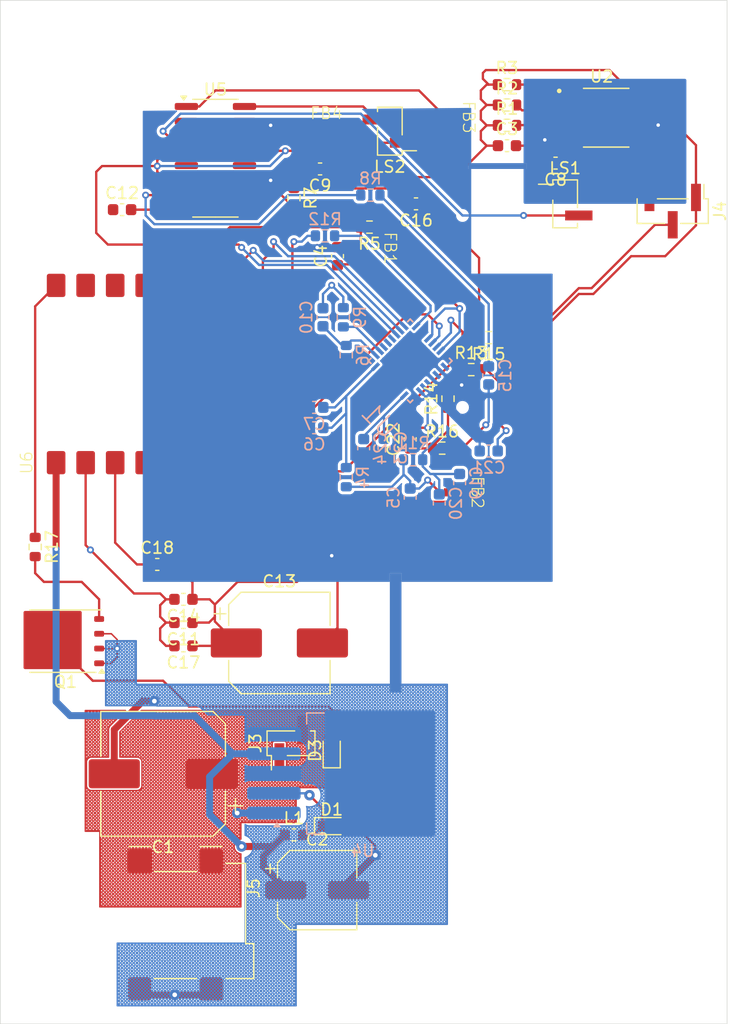
<source format=kicad_pcb>
(kicad_pcb (version 20240108) (generator "pcbnew") (generator_version "8.0")
  (layers (0 "F.Cu" signal "Front") (31 "B.Cu" signal "Back") (34 "B.Paste" user) (35 "F.Paste" user) (36 "B.SilkS" user "B.Silkscreen") (37 "F.SilkS" user "F.Silkscreen") (38 "B.Mask" user) (39 "F.Mask" user) (44 "Edge.Cuts" user))
  (net 0 "")
  (net 1 "GND")
  (net 2 "/BuckConverter/12V")
  (net 3 "/BuckConverter/5V_OUT")
  (net 4 "Net-(D1-K)")
  (net 5 "Net-(D3-A)")
  (net 6 "Net-(Q1-G)")
  (net 7 "+3V3")
  (net 8 "/AudioCodec/VDDD")
  (net 9 "/AudioCodec/VDDA")
  (net 10 "/AudioCodec/VADCP")
  (net 11 "Net-(C8-Pad1)")
  (net 12 "Net-(C9-Pad1)")
  (net 13 "Net-(U1-RESET)")
  (net 14 "Net-(U5-VREF)")
  (net 15 "/AudioAmplifier/L_IN")
  (net 16 "Net-(C15-Pad2)")
  (net 17 "Net-(C16-Pad2)")
  (net 18 "/AudioAmplifier/R_IN")
  (net 19 "Net-(U6-3V3_OUT)")
  (net 20 "/AudioCodec/VDDA(DA)")
  (net 21 "Net-(U1-VOUTR)")
  (net 22 "Net-(C21-Pad2)")
  (net 23 "Net-(C22-Pad1)")
  (net 24 "Net-(U1-VOUTL)")
  (net 25 "/AudioCodec/VREF")
  (net 26 "Net-(J4-Pin_2)")
  (net 27 "/TempSensor/ALERT")
  (net 28 "/AudioCodec/SCL")
  (net 29 "/AudioCodec/SDA")
  (net 30 "/AudioCodec/A1")
  (net 31 "Net-(U5-INR)")
  (net 32 "Net-(U5-INL)")
  (net 33 "Net-(U1-VDDD)")
  (net 34 "Net-(U1-SYSCLK)")
  (net 35 "/CODEC.SYSCLK")
  (net 36 "/BuckConverter/PWM_IN")
  (net 38 "/CODEC.BCKI")
  (net 39 "/CODEC.WSI")
  (net 40 "/CODEC.DATAI")
  (net 46 "Net-(U5-LOUT+)")
  (net 47 "Net-(U5-LOUT-)")
  (net 48 "Net-(U5-ROUT+)")
  (net 49 "Net-(U5-ROUT-)")
  (net 50 "/AudioAmplifier/SHDN_IN")
  (net 51 "/AudioAmplifier/MUTE_IN")
  (footprint "Capacitor_SMD:C_0603_1608Metric" (layer "F.Cu") (at 86.975 75.25)
    (property "Reference" "C12")
    (property "Value" "0.1u")
  )
  (footprint "Diode_SMD:D_0603_1608Metric" (layer "F.Cu") (at 105 128.25)
    (property "Reference" "D1")
    (property "Value" "1N5822" (hide yes))
  )
  (footprint "OtherComponents:FerriteBead_742861160_0603" (layer "F.Cu") (at 115 99.55 -90)
    (property "Reference" "FB2")
    (property "Value" "FerriteBead")
  )
  (footprint "Capacitor_SMD:C_0603_1608Metric" (layer "F.Cu") (at 112.25 74.75 180)
    (property "Reference" "C16")
    (property "Value" "0.47u")
  )
  (footprint "Capacitor_SMD:C_0603_1608Metric" (layer "F.Cu") (at 124.25 71.25 180)
    (property "Reference" "C8")
    (property "Value" "220p")
  )
  (footprint "Capacitor_SMD:C_0603_1608Metric" (layer "F.Cu") (at 92.25 110.75 180)
    (property "Reference" "C11")
    (property "Value" "1u")
  )
  (footprint "Resistor_SMD:R_0603_1608Metric" (layer "F.Cu") (at 120.075 64.5)
    (property "Reference" "R3")
    (property "Value" "4.7k")
  )
  (footprint "TMP175AIDR:TMP-SOIC127P599X175-8N" (layer "F.Cu") (at 128.605 67.345)
    (property "Reference" "U2")
    (property "Value" "TMP175AIDR")
  )
  (footprint "Resistor_SMD:R_0603_1608Metric" (layer "F.Cu") (at 120.075 66.25)
    (property "Reference" "R2")
    (property "Value" "4.7k")
  )
  (footprint "Package_TO_SOT_SMD:TDSON-8-1" (layer "F.Cu") (at 82.1 112.345 180)
    (property "Reference" "Q1")
    (property "Value" "FDMS86255")
  )
  (footprint "Resistor_SMD:R_0603_1608Metric" (layer "F.Cu") (at 108.25 76.75 180)
    (property "Reference" "R5")
    (property "Value" "10k")
  )
  (footprint "Capacitor_SMD:C_0603_1608Metric" (layer "F.Cu") (at 120.075 69.75)
    (property "Reference" "C3")
    (property "Value" "0.01u")
  )
  (footprint "Package_SO:SOP-16_3.9x9.9mm_P1.27mm" (layer "F.Cu") (at 95 70.825)
    (property "Reference" "U5")
    (property "Value" "PAM8403D")
  )
  (footprint "Capacitor_SMD:C_0603_1608Metric" (layer "F.Cu") (at 92.25 108.75 180)
    (property "Reference" "C14")
    (property "Value" "1u")
  )
  (footprint "Connector_PinHeader_2.00mm:PinHeader_1x02_P2.00mm_Vertical_SMD_Pin1Left" (layer "F.Cu") (at 110 68.5 180)
    (property "Reference" "LS2")
    (property "Value" "Speaker")
  )
  (footprint "Resistor_SMD:R_0603_1608Metric" (layer "F.Cu") (at 117 89)
    (property "Reference" "R13")
    (property "Value" "10k")
  )
  (footprint "Connector_PinHeader_2.00mm:PinHeader_1x03_P2.00mm_Vertical_SMD_Pin1Left" (layer "F.Cu") (at 134.325 75.375 -90)
    (property "Reference" "J4")
    (property "Value" "Kitronik")
  )
  (footprint "Capacitor_SMD:C_0603_1608Metric" (layer "F.Cu") (at 111.75 95 90)
    (property "Reference" "C22")
    (property "Value" "47u")
  )
  (footprint "Capacitor_SMD:C_0603_1608Metric" (layer "F.Cu") (at 105.5 79.25 90)
    (property "Reference" "C4")
    (property "Value" "100u")
  )
  (footprint "OtherComponents:FerriteBead_742861160_0603" (layer "F.Cu") (at 114.25 67.3 -90)
    (property "Reference" "FB3")
    (property "Value" "FerriteBead")
  )
  (footprint "Capacitor_SMD:CP_Elec_6.3x7.7" (layer "F.Cu") (at 103.75 133.75)
    (property "Reference" "C2")
    (property "Value" "220u")
  )
  (footprint "Diode_SMD:D_0603_1608Metric" (layer "F.Cu") (at 105 121.75 90)
    (property "Reference" "D3")
    (property "Value" "D")
  )
  (footprint "Resistor_SMD:R_0603_1608Metric" (layer "F.Cu") (at 120.075 68)
    (property "Reference" "R1")
    (property "Value" "4.7k")
  )
  (footprint "Connector_BarrelJack:BarrelJack_Wuerth_694106106102_2.0x5.5mm" (layer "F.Cu") (at 91.575 136.75 -90)
    (property "Reference" "J5")
    (property "Value" "694106402002")
    (property "VALUE" "694106402002" (hide yes))
  )
  (footprint "OtherComponents:FerriteBead_742861160_0603" (layer "F.Cu") (at 107.5 78.55 -90)
    (property "Reference" "FB1")
    (property "Value" "FerriteBead")
  )
  (footprint "Inductor_SMD:L_0603_1608Metric" (layer "F.Cu") (at 101.75 129)
    (property "Reference" "L1")
    (property "Value" "33u" (hide yes))
  )
  (footprint "ESP32_C3_Zero:ESP32_C3_ZERO" (layer "F.Cu") (at 81.3 97 90)
    (property "Reference" "U6")
    (property "Value" "ESP32_C3_ZERO")
  )
  (footprint "Connector_PinHeader_2.00mm:PinHeader_1x02_P2.00mm_Vertical_SMD_Pin1Left" (layer "F.Cu") (at 125.075 74.75)
    (property "Reference" "LS1")
    (property "Value" "Speaker")
  )
  (footprint "Capacitor_SMD:C_0603_1608Metric" (layer "F.Cu") (at 92.25 112.75 180)
    (property "Reference" "C17")
    (property "Value" "1u")
  )
  (footprint "Resistor_SMD:R_0603_1608Metric" (layer "F.Cu") (at 101.75 74.25 -90)
    (property "Reference" "R7")
    (property "Value" "18k")
  )
  (footprint "Capacitor_SMD:CP_Elec_10x12.5" (layer "F.Cu") (at 90.5 123.75 180)
    (property "Reference" "C1")
    (property "Value" "680u")
  )
  (footprint "Resistor_SMD:R_0603_1608Metric" (layer "F.Cu") (at 115 91.5 90)
    (property "Reference" "R14")
    (property "Value" "10k")
  )
  (footprint "Connector_PinHeader_2.00mm:PinHeader_1x02_P2.00mm_Vertical_SMD_Pin1Left" (layer "F.Cu") (at 101.5 121.125 90)
    (property "Reference" "J3")
    (property "Value" "Water_Pump")
  )
  (footprint "Resistor_SMD:R_0603_1608Metric" (layer "F.Cu") (at 118.5 86.25 180)
    (property "Reference" "R15")
    (property "Value" "100")
  )
  (footprint "Capacitor_SMD:CP_Elec_8x10.5" (layer "F.Cu") (at 100.5 112.5)
    (property "Reference" "C13")
    (property "Value" "470u")
  )
  (footprint "Resistor_SMD:R_0603_1608Metric" (layer "F.Cu") (at 114.5 95.75)
    (property "Reference" "R16")
    (property "Value" "100")
  )
  (footprint "Capacitor_SMD:C_0603_1608Metric" (layer "F.Cu") (at 104 71.75 180)
    (property "Reference" "C9")
    (property "Value" "220p")
  )
  (footprint "OtherComponents:FerriteBead_742861160_0603" (layer "F.Cu") (at 104.55 69.5)
    (property "Reference" "FB4")
    (property "Value" "FerriteBead")
  )
  (footprint "Capacitor_SMD:C_0603_1608Metric" (layer "F.Cu") (at 90 105.75)
    (property "Reference" "C18")
    (property "Value" "0.01u")
  )
  (footprint "Resistor_SMD:R_0603_1608Metric" (layer "F.Cu") (at 79.5 104.25 -90)
    (property "Reference" "R17")
    (property "Value" "1k")
  )
  (footprint "Resistor_SMD:R_0603_1608Metric" (layer "B.Cu") (at 106.25 98.25 90)
    (property "Reference" "R4")
    (property "Value" "100")
  )
  (footprint "Resistor_SMD:R_0603_1608Metric" (layer "B.Cu") (at 106 84.5 90)
    (property "Reference" "R9")
    (property "Value" "10")
  )
  (footprint "Capacitor_SMD:C_0603_1608Metric" (layer "B.Cu") (at 118.5 89.5 90)
    (property "Reference" "C15")
    (property "Value" "0.47u")
  )
  (footprint "Resistor_SMD:R_0603_1608Metric" (layer "B.Cu") (at 106.25 87.75 90)
    (property "Reference" "R6")
    (property "Value" "47k")
  )
  (footprint "Resistor_SMD:R_0603_1608Metric" (layer "B.Cu") (at 112 96.75 180)
    (property "Reference" "R11")
    (property "Value" "1")
  )
  (footprint "UDA1380HN_N2:QFN50P500X500X100-32N" (layer "B.Cu") (at 111.75 88.25 -45)
    (property "Reference" "U1")
    (property "Value" "UDA1380HN_N2")
  )
  (footprint "Capacitor_SMD:C_0603_1608Metric" (layer "B.Cu") (at 109.5 95.725 90)
    (property "Reference" "C23")
    (property "Value" "0.1u")
  )
  (footprint "Capacitor_SMD:C_0603_1608Metric" (layer "B.Cu") (at 111.75 100 -90)
    (property "Reference" "C5")
    (property "Value" "100u")
  )
  (footprint "Capacitor_SMD:C_0603_1608Metric" (layer "B.Cu") (at 116 98.75 90)
    (property "Reference" "C19")
    (property "Value" "100u")
  )
  (footprint "Capacitor_SMD:C_0603_1608Metric" (layer "B.Cu") (at 114.25 100.5 90)
    (property "Reference" "C20")
    (property "Value" "0.1u")
  )
  (footprint "Resistor_SMD:R_0603_1608Metric" (layer "B.Cu") (at 104.425 77.5 180)
    (property "Reference" "R12")
    (property "Value" "47")
  )
  (footprint "Capacitor_SMD:C_0603_1608Metric" (layer "B.Cu") (at 103.5 94)
    (property "Reference" "C6")
    (property "Value" "100u")
  )
  (footprint "Capacitor_SMD:C_0603_1608Metric" (layer "B.Cu") (at 104.25 84.5 -90)
    (property "Reference" "C10")
    (property "Value" "4.7u")
  )
  (footprint "Package_TO_SOT_SMD:TO-263-5_TabPin3" (layer "B.Cu") (at 107.675 123.725)
    (property "Reference" "U4")
    (property "Value" "LM2596S-5")
  )
  (footprint "Resistor_SMD:R_0603_1608Metric" (layer "B.Cu") (at 108.325 74 180)
    (property "Reference" "R8")
    (property "Value" "18k")
  )
  (footprint "Capacitor_SMD:C_0603_1608Metric" (layer "B.Cu") (at 103.5 92.25)
    (property "Reference" "C7")
    (property "Value" "0.1u")
  )
  (footprint "Capacitor_SMD:C_0603_1608Metric" (layer "B.Cu") (at 107.75 95.75 90)
    (property "Reference" "C24")
    (property "Value" "100u")
  )
  (footprint "Capacitor_SMD:C_0603_1608Metric" (layer "B.Cu") (at 118.5 96)
    (property "Reference" "C21")
    (property "Value" "47u")
  )
  (gr_rect (start 76.5 57.25) (end 139 145.25) (stroke (width 0.05)) (fill none) (layer "Edge.Cuts"))
  (segment (start 132.785 66.71) (end 133.075 67) (width 0.2) (layer "F.Cu") (net 1))
  (segment (start 86.55 113.745) (end 86.045 114.25) (width 0.127) (layer "F.Cu") (net 1))
  (segment (start 115.825 90.675) (end 115 90.675) (width 0.2) (layer "F.Cu") (net 1))
  (segment (start 133.825 68.5) (end 133.825 72.7) (width 0.2) (layer "F.Cu") (net 1))
  (segment (start 103.775 78.475) (end 105.5 78.475) (width 0.2) (layer "F.Cu") (net 1))
  (segment (start 108.75 130.75) (end 106.5 133) (width 0.6) (layer "F.Cu") (net 1))
  (segment (start 99.75 72.73) (end 97.5 72.73) (width 0.2) (layer "F.Cu") (net 1))
  (segment (start 89.75 117.5) (end 88.75 117.5) (width 0.6) (layer "F.Cu") (net 1))
  (segment (start 86.55 112.98) (end 86.55 113.745) (width 0.127) (layer "F.Cu") (net 1))
  (segment (start 123.475 71.25) (end 123.475 69.4) (width 0.2) (layer "F.Cu") (net 1))
  (segment (start 133.825 72.7) (end 132.325 74.2) (width 0.2) (layer "F.Cu") (net 1))
  (segment (start 90.25 108.25) (end 90.75 108.75) (width 0.2) (layer "F.Cu") (net 1))
  (segment (start 133.075 67) (end 133.075 67.98) (width 0.2) (layer "F.Cu") (net 1))
  (segment (start 86.55 112.21) (end 86.05 111.71) (width 0.127) (layer "F.Cu") (net 1))
  (segment (start 91.5 142.75) (end 89 142.75) (width 0.6) (layer "F.Cu") (net 1))
  (segment (start 131.075 66.71) (end 132.785 66.71) (width 0.2) (layer "F.Cu") (net 1))
  (segment (start 86.3 119.95) (end 86.3 123.75) (width 0.6) (layer "F.Cu") (net 1))
  (segment (start 90.75 108.75) (end 90.25 109.25) (width 0.2) (layer "F.Cu") (net 1))
  (segment (start 86.55 112.98) (end 86.55 112.21) (width 0.127) (layer "F.Cu") (net 1))
  (segment (start 99.75 68) (end 99.4 67.65) (width 0.2) (layer "F.Cu") (net 1))
  (segment (start 90.75 112.75) (end 91.475 112.75) (width 0.2) (layer "F.Cu") (net 1))
  (segment (start 91.5 142.75) (end 94.15 142.75) (width 0.6) (layer "F.Cu") (net 1))
  (segment (start 90.75 110.75) (end 91.475 110.75) (width 0.2) (layer "F.Cu") (net 1))
  (segment (start 99.4 67.65) (end 97.5 67.65) (width 0.2) (layer "F.Cu") (net 1))
  (segment (start 94.15 142.75) (end 94.65 142.25) (width 0.6) (layer "F.Cu") (net 1))
  (segment (start 83.84 97) (end 83.84 104.09) (width 0.2) (layer "F.Cu") (net 1))
  (segment (start 116.175 90.325) (end 116.175 89) (width 0.2) (layer "F.Cu") (net 1))
  (segment (start 123.475 69.4) (end 123.325 69.25) (width 0.2) (layer "F.Cu") (net 1))
  (segment (start 116.175 90.325) (end 115.825 90.675) (width 0.2) (layer "F.Cu") (net 1))
  (segment (start 86.05 111.71) (end 85 111.71) (width 0.127) (layer "F.Cu") (net 1))
  (segment (start 133.305 67.98) (end 133.825 68.5) (width 0.2) (layer "F.Cu") (net 1))
  (segment (start 90.25 111.25) (end 90.25 112.25) (width 0.2) (layer "F.Cu") (net 1))
  (segment (start 90.25 110.25) (end 90.75 110.75) (width 0.2) (layer "F.Cu") (net 1))
  (segment (start 90.25 112.25) (end 90.75 112.75) (width 0.2) (layer "F.Cu") (net 1))
  (segment (start 90.75 110.75) (end 90.25 111.25) (width 0.2) (layer "F.Cu") (net 1))
  (segment (start 103.225 71.75) (end 100.73 71.75) (width 0.2) (layer "F.Cu") (net 1))
  (segment (start 120.85 69.75) (end 122.825 69.75) (width 0.2) (layer "F.Cu") (net 1))
  (segment (start 132.825 69.25) (end 133.075 69) (width 0.2) (layer "F.Cu") (net 1))
  (segment (start 84.25 104.5) (end 88 108.25) (width 0.2) (layer "F.Cu") (net 1))
  (segment (start 100.73 71.75) (end 99.75 72.73) (width 0.2) (layer "F.Cu") (net 1))
  (segment (start 105 105) (end 105.5 105.5) (width 0.2) (layer "F.Cu") (net 1))
  (segment (start 86.55 112.98) (end 85 112.98) (width 0.127) (layer "F.Cu") (net 1))
  (segment (start 86.045 114.25) (end 85 114.25) (width 0.127) (layer "F.Cu") (net 1))
  (segment (start 88.75 117.5) (end 86.3 119.95) (width 0.6) (layer "F.Cu") (net 1))
  (segment (start 105.5 111.2) (end 104.2 112.5) (width 0.2) (layer "F.Cu") (net 1))
  (segment (start 108.75 130.75) (end 108.75 130) (width 0.2) (layer "F.Cu") (net 1))
  (segment (start 131.075 69.25) (end 132.825 69.25) (width 0.2) (layer "F.Cu") (net 1))
  (segment (start 123.325 69.25) (end 126.135 69.25) (width 0.2) (layer "F.Cu") (net 1))
  (segment (start 133.075 67.98) (end 133.305 67.98) (width 0.2) (layer "F.Cu") (net 1))
  (segment (start 122.825 69.75) (end 123.325 69.25) (width 0.2) (layer "F.Cu") (net 1))
  (segment (start 131.075 67.98) (end 133.075 67.98) (width 0.2) (layer "F.Cu") (net 1))
  (segment (start 83.84 104.09) (end 84.25 104.5) (width 0.2) (layer "F.Cu") (net 1))
  (segment (start 107 128.25) (end 105.7875 128.25) (width 0.2) (layer "F.Cu") (net 1))
  (segment (start 89 142.75) (end 88.5 142.25) (width 0.6) (layer "F.Cu") (net 1))
  (segment (start 103.75 78.5) (end 103.775 78.475) (width 0.2) (layer "F.Cu") (net 1))
  (segment (start 91.475 108.75) (end 90.75 108.75) (width 0.2) (layer "F.Cu") (net 1))
  (segment (start 88 108.25) (end 90.25 108.25) (width 0.2) (layer "F.Cu") (net 1))
  (segment (start 133.075 69) (end 133.075 67.98) (width 0.2) (layer "F.Cu") (net 1))
  (segment (start 108.75 130) (end 107 128.25) (width 0.2) (layer "F.Cu") (net 1))
  (segment (start 90.25 109.25) (end 90.25 110.25) (width 0.2) (layer "F.Cu") (net 1))
  (segment (start 106.5 133) (end 106.5 133.75) (width 0.6) (layer "F.Cu") (net 1))
  (segment (start 105.5 105.5) (end 105.5 111.2) (width 0.2) (layer "F.Cu") (net 1))
  (via (at 99.75 68) (size 0.6) (drill 0.3) (layers "F.Cu" "B.Cu") (net 1))
  (via (at 89.75 117.5) (size 0.9) (drill 0.4) (layers "F.Cu" "B.Cu") (net 1))
  (via (at 91.5 142.75) (size 0.9) (drill 0.4) (layers "F.Cu" "B.Cu") (net 1))
  (via (at 99.75 72.73) (size 0.6) (drill 0.3) (layers "F.Cu" "B.Cu") (net 1))
  (via (at 105 105) (size 0.6) (drill 0.3) (layers "F.Cu" "B.Cu") (net 1))
  (via (at 116.175 90.325) (size 0.6) (drill 0.3) (layers "F.Cu" "B.Cu") (net 1))
  (via (at 133.075 67.98) (size 0.6) (drill 0.3) (layers "F.Cu" "B.Cu") (net 1))
  (via (at 123.325 69.25) (size 0.6) (drill 0.3) (layers "F.Cu" "B.Cu") (net 1))
  (via (at 86.55 112.98) (size 0.6) (drill 0.3) (layers "F.Cu" "B.Cu") (net 1))
  (via (at 103.75 78.5) (size 0.6) (drill 0.3) (layers "F.Cu" "B.Cu") (net 1))
  (via (at 108.75 130.75) (size 0.9) (drill 0.4) (layers "F.Cu" "B.Cu") (net 1))
  (via (at 84.25 104.5) (size 0.6) (drill 0.3) (layers "F.Cu" "B.Cu") (net 1))
  (via (at 96.875 127.125) (size 0.9) (drill 0.4) (layers "F.Cu" "B.Cu") (net 2))
  (segment (start 96.875 127.125) (end 100.025 127.125) (width 0.6) (layer "B.Cu") (net 2))
  (segment (start 99.148 131.798) (end 99.148 130.8145) (width 0.6) (layer "F.Cu") (net 3))
  (segment (start 97.25 130) (end 99 130) (width 0.6) (layer "F.Cu") (net 3))
  (segment (start 99.148 131.798) (end 101.1 133.75) (width 0.6) (layer "F.Cu") (net 3))
  (segment (start 99.148 130.8145) (end 99.9625 130) (width 0.6) (layer "F.Cu") (net 3))
  (segment (start 97.25 130) (end 99.9625 130) (width 0.6) (layer "F.Cu") (net 3))
  (segment (start 99.9625 130) (end 100.9625 129) (width 0.6) (layer "F.Cu") (net 3))
  (segment (start 81.3 104.45) (end 81.3 97) (width 0.6) (layer "F.Cu") (net 3))
  (via (at 81.3 104.45) (size 0.6) (drill 0.3) (layers "F.Cu" "B.Cu") (net 3))
  (via (at 97.25 130) (size 0.9) (drill 0.4) (layers "F.Cu" "B.Cu") (net 3))
  (segment (start 89.759734 118.75) (end 82.5 118.75) (width 0.6) (layer "B.Cu") (net 3))
  (segment (start 94.5 124) (end 96.475 122.025) (width 0.6) (layer "B.Cu") (net 3))
  (segment (start 93.225 118.775) (end 89.784734 118.775) (width 0.6) (layer "B.Cu") (net 3))
  (segment (start 96.475 122.025) (end 100.025 122.025) (width 0.6) (layer "B.Cu") (net 3))
  (segment (start 81.3 117.55) (end 81.3 104.45) (width 0.6) (layer "B.Cu") (net 3))
  (segment (start 96.475 122.025) (end 93.225 118.775) (width 0.6) (layer "B.Cu") (net 3))
  (segment (start 97.25 130) (end 94.5 127.25) (width 0.6) (layer "B.Cu") (net 3))
  (segment (start 94.5 127.25) (end 94.5 124) (width 0.6) (layer "B.Cu") (net 3))
  (segment (start 93.225 118.775) (end 93.2 118.75) (width 0.6) (layer "B.Cu") (net 3))
  (segment (start 89.784734 118.775) (end 89.759734 118.75) (width 0.6) (layer "B.Cu") (net 3))
  (segment (start 82.5 118.75) (end 81.3 117.55) (width 0.6) (layer "B.Cu") (net 3))
  (segment (start 104.2125 126.7125) (end 104.2125 128.25) (width 0.2) (layer "F.Cu") (net 4))
  (segment (start 104.2125 128.2875) (end 103.5 129) (width 0.2) (layer "F.Cu") (net 4))
  (segment (start 104.2125 128.25) (end 104.2125 128.2875) (width 0.2) (layer "F.Cu") (net 4))
  (segment (start 103.5 129) (end 102.5375 129) (width 0.2) (layer "F.Cu") (net 4))
  (segment (start 103.0875 125.5875) (end 104.2125 126.7125) (width 0.2) (layer "F.Cu") (net 4))
  (via (at 103.0875 125.5875) (size 0.9) (drill 0.4) (layers "F.Cu" "B.Cu") (net 4))
  (segment (start 103.0875 125.5875) (end 102.925 125.425) (width 0.2) (layer "B.Cu") (net 4))
  (segment (start 102.925 125.425) (end 100.025 125.425) (width 0.2) (layer "B.Cu") (net 4))
  (segment (start 84.455 115.75) (end 90.5 115.75) (width 0.2) (layer "F.Cu") (net 5))
  (segment (start 100.5 122.3) (end 103.6625 122.3) (width 0.2) (layer "F.Cu") (net 5))
  (segment (start 81.05 112.345) (end 84.455 115.75) (width 0.2) (layer "F.Cu") (net 5))
  (segment (start 105 120.9625) (end 105 118.2125) (width 0.2) (layer "F.Cu") (net 5))
  (segment (start 90.5 115.75) (end 92.7125 117.9625) (width 0.2) (layer "F.Cu") (net 5))
  (segment (start 105 118.2125) (end 104.75 117.9625) (width 0.2) (layer "F.Cu") (net 5))
  (segment (start 92.7125 117.9625) (end 104.75 117.9625) (width 0.2) (layer "F.Cu") (net 5))
  (segment (start 103.6625 122.3) (end 105 120.9625) (width 0.2) (layer "F.Cu") (net 5))
  (segment (start 83.5 107.25) (end 85 108.75) (width 0.2) (layer "F.Cu") (net 6))
  (segment (start 79.5 106.5) (end 80.25 107.25) (width 0.2) (layer "F.Cu") (net 6))
  (segment (start 85 108.75) (end 85 110.44) (width 0.2) (layer "F.Cu") (net 6))
  (segment (start 80.25 107.25) (end 83.5 107.25) (width 0.2) (layer "F.Cu") (net 6))
  (segment (start 79.5 105.075) (end 79.5 106.5) (width 0.2) (layer "F.Cu") (net 6))
  (segment (start 118.5 64.5) (end 118 64) (width 0.2) (layer "F.Cu") (net 7))
  (segment (start 85.25 71.5) (end 84.75 72) (width 0.2) (layer "F.Cu") (net 7))
  (segment (start 104.098 72.19346) (end 104.35654 72.452) (width 0.2) (layer "F.Cu") (net 7))
  (segment (start 117.825 67.5) (end 118.325 68) (width 0.2) (layer "F.Cu") (net 7))
  (segment (start 118.325 64.5) (end 117.825 65) (width 0.2) (layer "F.Cu") (net 7))
  (segment (start 85.75 78.25) (end 94.75 78.25) (width 0.2) (layer "F.Cu") (net 7))
  (segment (start 117.825 68.5) (end 117.825 69.25) (width 0.2) (layer "F.Cu") (net 7))
  (segment (start 117.825 68.5) (end 118.325 68) (width 0.2) (layer "F.Cu") (net 7))
  (segment (start 127.5 82.5) (end 130.75 79.25) (width 0.2) (layer "F.Cu") (net 7))
  (segment (start 96.55 112.75) (end 96.8 112.5) (width 0.2) (layer "F.Cu") (net 7))
  (segment (start 103.69 70.19) (end 104.098 70.598) (width 0.2) (layer "F.Cu") (net 7))
  (segment (start 119.25 64.5) (end 118.5 64.5) (width 0.2) (layer "F.Cu") (net 7))
  (segment (start 117.825 66.75) (end 117.825 67.5) (width 0.2) (layer "F.Cu") (net 7))
  (segment (start 94.75 109) (end 94.5 108.75) (width 0.2) (layer "F.Cu") (net 7))
  (segment (start 92.5 72.73) (end 90.73 72.73) (width 0.2) (layer "F.Cu") (net 7))
  (segment (start 93.025 108.75) (end 93.025 107.275) (width 0.2) (layer "F.Cu") (net 7))
  (segment (start 121.5 95.5) (end 121.5 87.25) (width 0.2) (layer "F.Cu") (net 7))
  (segment (start 90 72) (end 90 71.5) (width 0.2) (layer "F.Cu") (net 7))
  (segment (start 107.5 76.825) (end 107.425 76.75) (width 0.2) (layer "F.Cu") (net 7))
  (segment (start 117.825 65) (end 117.825 65.75) (width 0.2) (layer "F.Cu") (net 7))
  (segment (start 118.325 66.25) (end 117.825 66.75) (width 0.2) (layer "F.Cu") (net 7))
  (segment (start 115 100.95) (end 108.304709 100.95) (width 0.2) (layer "F.Cu") (net 7))
  (segment (start 93.025 112.75) (end 96.55 112.75) (width 0.2) (layer "F.Cu") (net 7))
  (segment (start 102.004709 107.25) (end 96.9 107.25) (width 0.2) (layer "F.Cu") (net 7))
  (segment (start 116.05 100.95) (end 121.5 95.5) (width 0.2) (layer "F.Cu") (net 7))
  (segment (start 94.95 109.2) (end 94.75 109) (width 0.2) (layer "F.Cu") (net 7))
  (segment (start 96.25 76.75) (end 107.425 76.75) (width 0.2) (layer "F.Cu") (net 7))
  (segment (start 104.098 70.598) (end 104.098 72.19346) (width 0.2) (layer "F.Cu") (net 7))
  (segment (start 118 63.5) (end 118.25 63.25) (width 0.2) (layer "F.Cu") (net 7))
  (segment (start 94.95 110.25) (end 94.95 110.65) (width 0.2) (layer "F.Cu") (net 7))
  (segment (start 101.015 70.19) (end 103.69 70.19) (width 0.2) (layer "F.Cu") (net 7))
  (segment (start 91.5 105.75) (end 90.775 105.75) (width 0.2) (layer "F.Cu") (net 7))
  (segment (start 108.304709 100.95) (end 102.004709 107.25) (width 0.2) (layer "F.Cu") (net 7))
  (segment (start 94.75 78.25) (end 96.25 76.75) (width 0.2) (layer "F.Cu") (net 7))
  (segment (start 136.325 76.604) (end 136.325 74.2) (width 0.2) (layer "F.Cu") (net 7))
  (segment (start 107.5 78.55) (end 107.5 76.825) (width 0.2) (layer "F.Cu") (net 7))
  (segment (start 94.45 110.75) (end 94.95 110.25) (width 0.2) (layer "F.Cu") (net 7))
  (segment (start 126.25 82.5) (end 127.5 82.5) (width 0.2) (layer "F.Cu") (net 7))
  (segment (start 90 71) (end 90.81 70.19) (width 0.2) (layer "F.Cu") (net 7))
  (segment (start 118.325 66.25) (end 119.25 66.25) (width 0.2) (layer "F.Cu") (net 7))
  (segment (start 130.75 79.25) (end 133.679 79.25) (width 0.2) (layer "F.Cu") (net 7))
  (segment (start 90.73 72.73) (end 90 72) (width 0.2) (layer "F.Cu") (net 7))
  (segment (start 132.059999 65.44) (end 131.075 65.44) (width 0.2) (layer "F.Cu") (net 7))
  (segment (start 90 71.5) (end 90 71) (width 0.2) (layer "F.Cu") (net 7))
  (segment (start 104.35654 72.452) (end 115.623 72.452) (width 0.2) (layer "F.Cu") (net 7))
  (segment (start 90.81 70.19) (end 92.5 70.19) (width 0.2) (layer "F.Cu") (net 7))
  (segment (start 128.885 63.25) (end 131.075 65.44) (width 0.2) (layer "F.Cu") (net 7))
  (segment (start 133.679 79.25) (end 136.325 76.604) (width 0.2) (layer "F.Cu") (net 7))
  (segment (start 84.75 77.25) (end 85.75 78.25) (width 0.2) (layer "F.Cu") (net 7))
  (segment (start 121.5 87.25) (end 126.25 82.5) (width 0.2) (layer "F.Cu") (net 7))
  (segment (start 136.325 74.2) (end 136.325 69.705001) (width 0.2) (layer "F.Cu") (net 7))
  (segment (start 94.95 110.65) (end 96.8 112.5) (width 0.2) (layer "F.Cu") (net 7))
  (segment (start 94.95 109.2) (end 94.95 110.25) (width 0.2) (layer "F.Cu") (net 7))
  (segment (start 94.5 108.75) (end 93.025 108.75) (width 0.2) (layer "F.Cu") (net 7))
  (segment (start 115 100.95) (end 116.05 100.95) (width 0.2) (layer "F.Cu") (net 7))
  (segment (start 90 71.5) (end 85.25 71.5) (width 0.2) (layer "F.Cu") (net 7))
  (segment (start 115.623 72.452) (end 118.325 69.75) (width 0.2) (layer "F.Cu") (net 7))
  (segment (start 117.825 69.25) (end 118.325 69.75) (width 0.2) (layer "F.Cu") (net 7))
  (segment (start 93.025 110.75) (end 94.45 110.75) (width 0.2) (layer "F.Cu") (net 7))
  (segment (start 96.9 107.25) (end 94.95 109.2) (width 0.2) (layer "F.Cu") (net 7))
  (segment (start 93.025 107.275) (end 91.5 105.75) (width 0.2) (layer "F.Cu") (net 7))
  (segment (start 117.825 65.75) (end 118.325 66.25) (width 0.2) (layer "F.Cu") (net 7))
  (segment (start 118.325 69.75) (end 119.3 69.75) (width 0.2) (layer "F.Cu") (net 7))
  (segment (start 118.5 64.5) (end 118.325 64.5) (width 0.2) (layer "F.Cu") (net 7))
  (segment (start 136.325 69.705001) (end 132.059999 65.44) (width 0.2) (layer "F.Cu") (net 7))
  (segment (start 118 64) (end 118 63.5) (width 0.2) (layer "F.Cu") (net 7))
  (segment (start 118.25 63.25) (end 128.885 63.25) (width 0.2) (layer "F.Cu") (net 7))
  (segment (start 101.015 70.19) (end 97.5 70.19) (width 0.2) (layer "F.Cu") (net 7))
  (segment (start 84.75 72) (end 84.75 77.25) (width 0.2) (layer "F.Cu") (net 7))
  (segment (start 118.325 68) (end 119.25 68) (width 0.2) (layer "F.Cu") (net 7))
  (via (at 101.015 70.19) (size 0.6) (drill 0.3) (layers "F.Cu" "B.Cu") (net 7))
  (via (at 90 71.5) (size 0.6) (drill 0.3) (layers "F.Cu" "B.Cu") (net 7))
  (segment (start 101.015 70.19) (end 99.705 71.5) (width 0.2) (layer "B.Cu") (net 7))
  (segment (start 99.705 71.5) (end 90 71.5) (width 0.2) (layer "B.Cu") (net 7))
  (segment (start 107.5 79.95) (end 105.575 79.95) (width 0.2) (layer "F.Cu") (net 8))
  (segment (start 105.575 79.95) (end 105.5 80.025) (width 0.2) (layer "F.Cu") (net 8))
  (via (at 105 81.75) (size 0.6) (drill 0.3) (layers "F.Cu" "B.Cu") (net 8))
  (segment (start 106 82.75) (end 106 83.675) (width 0.2) (layer "B.Cu") (net 8))
  (segment (start 104.25 82.5) (end 104.25 83.725) (width 0.2) (layer "B.Cu") (net 8))
  (segment (start 105 81.75) (end 106 82.75) (width 0.2) (layer "B.Cu") (net 8))
  (segment (start 105 81.75) (end 104.25 82.5) (width 0.2) (layer "B.Cu") (net 8))
  (segment (start 113.25 98.5) (end 114.3 99.55) (width 0.2) (layer "F.Cu") (net 9))
  (segment (start 114.3 99.55) (end 115 99.55) (width 0.2) (layer "F.Cu") (net 9))
  (via (at 113.25 98.5) (size 0.6) (drill 0.3) (layers "F.Cu" "B.Cu") (net 9))
  (segment (start 111.175 98) (end 111.75 98.575) (width 0.2) (layer "B.Cu") (net 9))
  (segment (start 111.175 98) (end 111.175 98.075) (width 0.2) (layer "B.Cu") (net 9))
  (segment (start 111.75 98.575) (end 111.75 99.225) (width 0.2) (layer "B.Cu") (net 9))
  (segment (start 113.25 98.5) (end 112.525 99.225) (width 0.2) (layer "B.Cu") (net 9))
  (segment (start 111.175 96.75) (end 111.175 98) (width 0.2) (layer "B.Cu") (net 9))
  (segment (start 112.525 99.225) (end 111.75 99.225) (width 0.2) (layer "B.Cu") (net 9))
  (segment (start 110.175 99.075) (end 106.25 99.075) (width 0.2) (layer "B.Cu") (net 9))
  (segment (start 111.175 98.075) (end 110.175 99.075) (width 0.2) (layer "B.Cu") (net 9))
  (segment (start 106.25 92.75) (end 106.25 97.425) (width 0.2) (layer "B.Cu") (net 10))
  (segment (start 105 94) (end 106.25 92.75) (width 0.2) (layer "B.Cu") (net 10))
  (segment (start 108.768555 88.752894) (end 106.25 91.271448) (width 0.2) (layer "B.Cu") (net 10))
  (segment (start 105.271448 92.25) (end 106.25 91.271448) (width 0.2) (layer "B.Cu") (net 10))
  (segment (start 104.275 92.25) (end 105.271448 92.25) (width 0.2) (layer "B.Cu") (net 10))
  (segment (start 106.25 91.271448) (end 106.25 92.75) (width 0.2) (layer "B.Cu") (net 10))
  (segment (start 104.275 94) (end 105 94) (width 0.2) (layer "B.Cu") (net 10))
  (segment (start 125.025 71.25) (end 125.025 72.625) (width 0.2) (layer "F.Cu") (net 11))
  (segment (start 125.025 72.625) (end 123.9 73.75) (width 0.2) (layer "F.Cu") (net 11))
  (segment (start 105.95 69.5) (end 111.175 69.5) (width 0.2) (layer "F.Cu") (net 12))
  (segment (start 104.775 70.675) (end 105.95 69.5) (width 0.2) (layer "F.Cu") (net 12))
  (segment (start 104.775 71.75) (end 104.775 70.675) (width 0.2) (layer "F.Cu") (net 12))
  (segment (start 108.747106 87.747106) (end 107.5 86.5) (width 0.2) (layer "B.Cu") (net 13))
  (segment (start 107.5 86.5) (end 107 86.5) (width 0.2) (layer "B.Cu") (net 13))
  (segment (start 105.9 86.925) (end 104.25 85.275) (width 0.2) (layer "B.Cu") (net 13))
  (segment (start 106.25 86.925) (end 105.9 86.925) (width 0.2) (layer "B.Cu") (net 13))
  (segment (start 107 86.5) (end 106.675 86.5) (width 0.2) (layer "B.Cu") (net 13))
  (segment (start 108.768555 87.747106) (end 108.747106 87.747106) (width 0.2) (layer "B.Cu") (net 13))
  (segment (start 106.675 86.5) (end 106.25 86.925) (width 0.2) (layer "B.Cu") (net 13))
  (segment (start 92.48 75.25) (end 92.5 75.27) (width 0.2) (layer "F.Cu") (net 14))
  (segment (start 87.75 75.25) (end 92.48 75.25) (width 0.2) (layer "F.Cu") (net 14))
  (segment (start 115.325 95.75) (end 116.25 95.75) (width 0.2) (layer "F.Cu") (net 15))
  (segment (start 116.25 95.75) (end 118.25 93.75) (width 0.2) (layer "F.Cu") (net 15))
  (via (at 118.25 93.75) (size 0.6) (drill 0.3) (layers "F.Cu" "B.Cu") (net 15))
  (segment (start 118.25 93.75) (end 118.5 93.5) (width 0.2) (layer "B.Cu") (net 15))
  (segment (start 118.5 93.5) (end 118.5 90.275) (width 0.2) (layer "B.Cu") (net 15))
  (segment (start 118.5 88.725) (end 118.5 83.35) (width 0.2) (layer "B.Cu") (net 16))
  (segment (start 118.5 83.35) (end 109.15 74) (width 0.2) (layer "B.Cu") (net 16))
  (segment (start 101.75 73.425) (end 110.15 73.425) (width 0.2) (layer "F.Cu") (net 17))
  (segment (start 110.15 73.425) (end 111.475 74.75) (width 0.2) (layer "F.Cu") (net 17))
  (segment (start 117.675 86.25) (end 117.675 79.4) (width 0.2) (layer "F.Cu") (net 18))
  (segment (start 117.675 79.4) (end 113.025 74.75) (width 0.2) (layer "F.Cu") (net 18))
  (segment (start 89.225 105.75) (end 88.25 105.75) (width 0.2) (layer "F.Cu") (net 19))
  (segment (start 88.25 105.75) (end 86.38 103.88) (width 0.2) (layer "F.Cu") (net 19))
  (segment (start 86.38 103.88) (end 86.38 97) (width 0.2) (layer "F.Cu") (net 19))
  (segment (start 114.25 99.725) (end 114.25 98.475) (width 0.2) (layer "B.Cu") (net 20))
  (segment (start 114.25 98.475) (end 113.75 97.975) (width 0.2) (layer "B.Cu") (net 20))
  (segment (start 112.825 97.325) (end 113.475 97.975) (width 0.2) (layer "B.Cu") (net 20))
  (segment (start 113.75 97.975) (end 116 97.975) (width 0.2) (layer "B.Cu") (net 20))
  (segment (start 113.475 97.975) (end 113.75 97.975) (width 0.2) (layer "B.Cu") (net 20))
  (segment (start 114.5 94.5) (end 114.5 92.077631) (width 0.2) (layer "B.Cu") (net 20))
  (segment (start 112.825 96.75) (end 112.825 97.325) (width 0.2) (layer "B.Cu") (net 20))
  (segment (start 114.5 92.077631) (end 112.953354 90.530985) (width 0.2) (layer "B.Cu") (net 20))
  (segment (start 112.825 96.175) (end 114.5 94.5) (width 0.2) (layer "B.Cu") (net 20))
  (segment (start 112.825 96.75) (end 112.825 96.175) (width 0.2) (layer "B.Cu") (net 20))
  (segment (start 117.725 94.58421) (end 113.312565 90.171775) (width 0.2) (layer "B.Cu") (net 21))
  (segment (start 117.725 96) (end 117.64079 96) (width 0.2) (layer "B.Cu") (net 21))
  (segment (start 117.725 96) (end 117.725 94.58421) (width 0.2) (layer "B.Cu") (net 21))
  (segment (start 119.325 91.75) (end 119.325 90) (width 0.2) (layer "F.Cu") (net 22))
  (segment (start 120 94.25) (end 119.325 93.575) (width 0.2) (layer "F.Cu") (net 22))
  (segment (start 118.325 89) (end 119.325 90) (width 0.2) (layer "F.Cu") (net 22))
  (segment (start 117.825 89) (end 118.325 89) (width 0.2) (layer "F.Cu") (net 22))
  (segment (start 119.325 93.575) (end 119.325 91.75) (width 0.2) (layer "F.Cu") (net 22))
  (segment (start 119.325 90) (end 119.325 86.25) (width 0.2) (layer "F.Cu") (net 22))
  (via (at 120 94.25) (size 0.6) (drill 0.3) (layers "F.Cu" "B.Cu") (net 22))
  (segment (start 119.275 94.975) (end 119.275 96) (width 0.2) (layer "B.Cu") (net 22))
  (segment (start 120 94.25) (end 119.275 94.975) (width 0.2) (layer "B.Cu") (net 22))
  (segment (start 111.75 95.775) (end 113.65 95.775) (width 0.2) (layer "F.Cu") (net 23))
  (segment (start 113.675 95.75) (end 113.675 95.575) (width 0.2) (layer "F.Cu") (net 23))
  (segment (start 113.675 95.575) (end 115 94.25) (width 0.2) (layer "F.Cu") (net 23))
  (segment (start 115 94.25) (end 115 92.325) (width 0.2) (layer "F.Cu") (net 23))
  (segment (start 113.65 95.775) (end 113.675 95.75) (width 0.2) (layer "F.Cu") (net 23))
  (segment (start 111.975 94) (end 111.75 94.225) (width 0.2) (layer "F.Cu") (net 24))
  (segment (start 113.25 94) (end 111.975 94) (width 0.2) (layer "F.Cu") (net 24))
  (via (at 113.25 94) (size 0.6) (drill 0.3) (layers "F.Cu" "B.Cu") (net 24))
  (segment (start 113.25 94) (end 113.25 91.51013) (width 0.2) (layer "B.Cu") (net 24))
  (segment (start 113.25 91.51013) (end 112.612105 90.872235) (width 0.2) (layer "B.Cu") (net 24))
  (segment (start 107.75 94.728552) (end 109.614276 92.864276) (width 0.2) (layer "B.Cu") (net 25))
  (segment (start 109.5 94.95) (end 109.5 92.978551) (width 0.2) (layer "B.Cu") (net 25))
  (segment (start 109.614276 92.864276) (end 111.247106 91.231445) (width 0.2) (layer "B.Cu") (net 25))
  (segment (start 107.75 94.975) (end 107.75 94.728552) (width 0.2) (layer "B.Cu") (net 25))
  (segment (start 109.5 92.978551) (end 109.614276 92.864276) (width 0.2) (layer "B.Cu") (net 25))
  (segment (start 97 103.25) (end 96.54 102.79) (width 0.2) (layer "F.Cu") (net 26))
  (segment (start 126.25 82) (end 121 87.25) (width 0.2) (layer "F.Cu") (net 26))
  (segment (start 96.54 102.79) (end 96.54 97) (width 0.2) (layer "F.Cu") (net 26))
  (segment (start 132.8 76.55) (end 132.775 76.55) (width 0.2) (layer "F.Cu") (net 26))
  (segment (start 105.25 103.25) (end 97 103.25) (width 0.2) (layer "F.Cu") (net 26))
  (segment (start 121 87.25) (end 121 95.537552) (width 0.2) (layer "F.Cu") (net 26))
  (segment (start 108.127 100.373) (end 105.25 103.25) (width 0.2) (layer "F.Cu") (net 26))
  (segment (start 121 95.537552) (end 116.164552 100.373) (width 0.2) (layer "F.Cu") (net 26))
  (segment (start 132.8 76.55) (end 127.35 82) (width 0.2) (layer "F.Cu") (net 26))
  (segment (start 116.164552 100.373) (end 108.127 100.373) (width 0.2) (layer "F.Cu") (net 26))
  (segment (start 127.35 82) (end 126.25 82) (width 0.2) (layer "F.Cu") (net 26))
  (segment (start 134.325 76.55) (end 132.8 76.55) (width 0.2) (layer "F.Cu") (net 26))
  (segment (start 120.92 67.98) (end 120.9 68) (width 0.2) (layer "F.Cu") (net 27))
  (segment (start 126.135 67.98) (end 120.92 67.98) (width 0.2) (layer "F.Cu") (net 27))
  (segment (start 111.5 84.25) (end 101.62 94.13) (width 0.2) (layer "F.Cu") (net 28))
  (segment (start 101.62 94.13) (end 101.62 97) (width 0.2) (layer "F.Cu") (net 28))
  (segment (start 114.25 85.25) (end 113.25 84.25) (width 0.2) (layer "F.Cu") (net 28))
  (segment (start 121.36 66.71) (end 120.9 66.25) (width 0.2) (layer "F.Cu") (net 28))
  (segment (start 126.135 66.71) (end 121.36 66.71) (width 0.2) (layer "F.Cu") (net 28))
  (segment (start 113.25 84.25) (end 111.5 84.25) (width 0.2) (layer "F.Cu") (net 28))
  (via (at 114.25 85.25) (size 0.6) (drill 0.3) (layers "F.Cu" "B.Cu") (net 28))
  (segment (start 113.671775 86.687435) (end 114.25 86.10921) (width 0.2) (layer "B.Cu") (net 28))
  (segment (start 114.25 86.10921) (end 114.25 85.25) (width 0.2) (layer "B.Cu") (net 28))
  (segment (start 104.75 97.75) (end 106 97.75) (width 0.2) (layer "F.Cu") (net 29))
  (segment (start 103.5 99) (end 104.75 97.75) (width 0.2) (layer "F.Cu") (net 29))
  (segment (start 99.08 97) (end 99.08 98.33) (width 0.2) (layer "F.Cu") (net 29))
  (segment (start 125.195 64.5) (end 126.135 65.44) (width 0.2) (layer "F.Cu") (net 29))
  (segment (start 99.75 99) (end 103.5 99) (width 0.2) (layer "F.Cu") (net 29))
  (segment (start 99.08 98.33) (end 99.75 99) (width 0.2) (layer "F.Cu") (net 29))
  (segment (start 106 97.75) (end 116.25 87.5) (width 0.2) (layer "F.Cu") (net 29))
  (segment (start 116.25 87.5) (end 116.25 85.75) (width 0.2) (layer "F.Cu") (net 29))
  (segment (start 116.25 85.75) (end 115.25 84.75) (width 0.2) (layer "F.Cu") (net 29))
  (segment (start 120.9 64.5) (end 125.195 64.5) (width 0.2) (layer "F.Cu") (net 29))
  (via (at 115.25 84.75) (size 0.6) (drill 0.3) (layers "F.Cu" "B.Cu") (net 29))
  (segment (start 114.030985 87.046646) (end 115.25 85.827631) (width 0.2) (layer "B.Cu") (net 29))
  (segment (start 115.25 85.827631) (end 115.25 84.75) (width 0.2) (layer "B.Cu") (net 29))
  (segment (start 116 83.75) (end 114.625 82.375) (width 0.2) (layer "F.Cu") (net 30))
  (segment (start 114.625 80.125) (end 111.25 76.75) (width 0.2) (layer "F.Cu") (net 30))
  (segment (start 114.625 82.375) (end 114.625 80.125) (width 0.2) (layer "F.Cu") (net 30))
  (segment (start 111.25 76.75) (end 109.075 76.75) (width 0.2) (layer "F.Cu") (net 30))
  (via (at 116 83.75) (size 0.6) (drill 0.3) (layers "F.Cu" "B.Cu") (net 30))
  (segment (start 114.372235 87.387895) (end 116 85.76013) (width 0.2) (layer "B.Cu") (net 30))
  (segment (start 113.648485 85.992305) (end 113.648485 84.851515) (width 0.2) (layer "B.Cu") (net 30))
  (segment (start 114.75 83.75) (end 116 83.75) (width 0.2) (layer "B.Cu") (net 30))
  (segment (start 113.648485 84.851515) (end 114.75 83.75) (width 0.2) (layer "B.Cu") (net 30))
  (segment (start 116 85.76013) (end 116 83.75) (width 0.2) (layer "B.Cu") (net 30))
  (segment (start 113.312565 86.328225) (end 113.648485 85.992305) (width 0.2) (layer "B.Cu") (net 30))
  (segment (start 97.5 74) (end 100.675 74) (width 0.2) (layer "F.Cu") (net 31))
  (segment (start 100.675 74) (end 101.75 75.075) (width 0.2) (layer "F.Cu") (net 31))
  (segment (start 89 74) (end 92.5 74) (width 0.2) (layer "F.Cu") (net 32))
  (via (at 89 74) (size 0.6) (drill 0.3) (layers "F.Cu" "B.Cu") (net 32))
  (segment (start 101.25 74) (end 107.5 74) (width 0.2) (layer "B.Cu") (net 32))
  (segment (start 89.75 76.5) (end 98.75 76.5) (width 0.2) (layer "B.Cu") (net 32))
  (segment (start 89 74) (end 89 75.75) (width 0.2) (layer "B.Cu") (net 32))
  (segment (start 89 75.75) (end 89.75 76.5) (width 0.2) (layer "B.Cu") (net 32))
  (segment (start 98.75 76.5) (end 101.25 74) (width 0.2) (layer "B.Cu") (net 32))
  (segment (start 107.06487 85.325) (end 106 85.325) (width 0.2) (layer "B.Cu") (net 33))
  (segment (start 109.127765 87.387895) (end 107.06487 85.325) (width 0.2) (layer "B.Cu") (net 33))
  (segment (start 109.125 79.125) (end 113.5 83.5) (width 0.2) (layer "B.Cu") (net 34))
  (segment (start 105.25 77.5) (end 107.5 77.5) (width 0.2) (layer "B.Cu") (net 34))
  (segment (start 112.252894 85.247106) (end 113.5 84) (width 0.2) (layer "B.Cu") (net 34))
  (segment (start 112.252894 85.268555) (end 112.252894 85.247106) (width 0.2) (layer "B.Cu") (net 34))
  (segment (start 107.5 77.5) (end 109.125 79.125) (width 0.2) (layer "B.Cu") (net 34))
  (segment (start 113.5 83.5) (end 113.5 84) (width 0.2) (layer "B.Cu") (net 34))
  (segment (start 109 79) (end 109.125 79.125) (width 0.2) (layer "B.Cu") (net 34))
  (segment (start 101.75 78) (end 101.62 78.13) (width 0.2) (layer "F.Cu") (net 35))
  (segment (start 101.62 78.13) (end 101.62 81.76) (width 0.2) (layer "F.Cu") (net 35))
  (via (at 101.75 78) (size 0.6) (drill 0.3) (layers "F.Cu" "B.Cu") (net 35))
  (segment (start 101.75 78) (end 102.425 78) (width 0.2) (layer "B.Cu") (net 35))
  (segment (start 102.425 78) (end 102.925 77.5) (width 0.2) (layer "B.Cu") (net 35))
  (segment (start 102.925 77.5) (end 103.6 77.5) (width 0.2) (layer "B.Cu") (net 35))
  (segment (start 79.5 83.56) (end 81.3 81.76) (width 0.2) (layer "F.Cu") (net 36))
  (segment (start 79.5 103.425) (end 79.5 83.56) (width 0.2) (layer "F.Cu") (net 36))
  (segment (start 97 78.25) (end 95.75 78.25) (width 0.2) (layer "F.Cu") (net 38))
  (segment (start 94 80) (end 94 81.76) (width 0.2) (layer "F.Cu") (net 38))
  (segment (start 95.75 78.25) (end 94 80) (width 0.2) (layer "F.Cu") (net 38))
  (segment (start 97.25 78.5) (end 97 78.25) (width 0.2) (layer "F.Cu") (net 38))
  (via (at 97.25 78.5) (size 0.6) (drill 0.3) (layers "F.Cu" "B.Cu") (net 38))
  (segment (start 97.25 78.5) (end 98.75 80) (width 0.2) (layer "B.Cu") (net 38))
  (segment (start 104.577631 80) (end 110.546646 85.969015) (width 0.2) (layer "B.Cu") (net 38))
  (segment (start 98.75 80) (end 104.577631 80) (width 0.2) (layer "B.Cu") (net 38))
  (segment (start 98.25 78.75) (end 96.54 80.46) (width 0.2) (layer "F.Cu") (net 39))
  (segment (start 96.54 80.46) (end 96.54 81.76) (width 0.2) (layer "F.Cu") (net 39))
  (via (at 98.25 78.75) (size 0.6) (drill 0.3) (layers "F.Cu" "B.Cu") (net 39))
  (segment (start 98.25 78.75) (end 99.173 79.673) (width 0.2) (layer "B.Cu") (net 39))
  (segment (start 104.93313 79.673) (end 110.887895 85.627765) (width 0.2) (layer "B.Cu") (net 39))
  (segment (start 99.173 79.673) (end 104.93313 79.673) (width 0.2) (layer "B.Cu") (net 39))
  (segment (start 100 78) (end 100 78.664709) (width 0.2) (layer "F.Cu") (net 40))
  (segment (start 100 78.664709) (end 99.08 79.584709) (width 0.2) (layer "F.Cu") (net 40))
  (segment (start 99.08 79.584709) (end 99.08 81.76) (width 0.2) (layer "F.Cu") (net 40))
  (via (at 100 78) (size 0.6) (drill 0.3) (layers "F.Cu" "B.Cu") (net 40))
  (segment (start 101.25 79.25) (end 105.228551 79.25) (width 0.2) (layer "B.Cu") (net 40))
  (segment (start 100 78) (end 101.25 79.25) (width 0.2) (layer "B.Cu") (net 40))
  (segment (start 105.228551 79.25) (end 111.247106 85.268555) (width 0.2) (layer "B.Cu") (net 40))
  (segment (start 95 65) (end 93.62 66.38) (width 0.2) (layer "F.Cu") (net 46))
  (segment (start 112.5 65) (end 95 65) (width 0.2) (layer "F.Cu") (net 46))
  (segment (start 114.25 67.3) (end 114.25 66.75) (width 0.2) (layer "F.Cu") (net 46))
  (segment (start 114.25 66.75) (end 112.5 65) (width 0.2) (layer "F.Cu") (net 46))
  (segment (start 93.62 66.38) (end 92.5 66.38) (width 0.2) (layer "F.Cu") (net 46))
  (segment (start 121.5 75.75) (end 126.25 75.75) (width 0.2) (layer "F.Cu") (net 47))
  (segment (start 92.5 68.92) (end 90.92 68.92) (width 0.2) (layer "F.Cu") (net 47))
  (segment (start 90.92 68.92) (end 90.5 68.5) (width 0.2) (layer "F.Cu") (net 47))
  (via (at 90.5 68.5) (size 0.6) (drill 0.3) (layers "F.Cu" "B.Cu") (net 47))
  (via (at 121.5 75.75) (size 0.6) (drill 0.3) (layers "F.Cu" "B.Cu") (net 47))
  (segment (start 116.25 75.75) (end 107.5 67) (width 0.2) (layer "B.Cu") (net 47))
  (segment (start 92 67) (end 90.5 68.5) (width 0.2) (layer "B.Cu") (net 47))
  (segment (start 107.5 67) (end 92 67) (width 0.2) (layer "B.Cu") (net 47))
  (segment (start 121.5 75.75) (end 116.25 75.75) (width 0.2) (layer "B.Cu") (net 47))
  (segment (start 107.705 66.38) (end 97.5 66.38) (width 0.2) (layer "F.Cu") (net 48))
  (segment (start 108.825 67.5) (end 107.705 66.38) (width 0.2) (layer "F.Cu") (net 48))
  (segment (start 97.5 68.92) (end 103.97 68.92) (width 0.2) (layer "F.Cu") (net 49))
  (segment (start 103.97 68.92) (end 104.55 69.5) (width 0.2) (layer "F.Cu") (net 49))
  (zone (net 5) (net_name "Net-(D3-A)") (layer "F.Cu") (priority 2) (connect_pads yes (clearance 0.25)) (min_thickness 0.25) (fill yes (thermal_gap 0.5) (thermal_bridge_width 0.5))
    (polygon (pts (xy 83.5 109.75) (xy 83.5 114.75) (xy 78.5 114.75) (xy 78.5 109.75)))
  )
  (zone (net 2) (net_name "/BuckConverter/12V") (layer "F.Cu") (connect_pads yes (clearance 0.1)) (min_thickness 0.1) (fill yes (mode hatch) (thermal_gap 0.5) (thermal_bridge_width 0.5) (hatch_thickness 0.1) (hatch_gap 0.1) (hatch_orientation 45) (hatch_border_algorithm hatch_thickness) (hatch_min_hole_area 0.3))
    (polygon (pts (xy 83.75 128.75) (xy 85 128.75) (xy 85 135.25) (xy 97.25 135.25) (xy 97.25 128) (xy 102 128) (xy 102 125) (xy 105.75 125) (xy 105.75 118.25) (xy 83.75 118.25)))
  )
  (zone (net 1) (net_name "GND") (layer "B.Cu") (priority 6) (connect_pads (clearance 0.25)) (min_thickness 0.25) (fill yes (thermal_gap 0.5) (thermal_bridge_width 0.5))
    (polygon (pts (xy 116.75 71.75) (xy 121.75 71.75) (xy 121.75 71.25) (xy 116.75 71.25)))
  )
  (zone (net 1) (net_name "GND") (layer "B.Cu") (priority 1) (connect_pads yes (clearance 0.5)) (min_thickness 0.1) (fill yes (mode hatch) (thermal_gap 0.5) (thermal_bridge_width 0.5) (hatch_thickness 0.1) (hatch_gap 0.1) (hatch_orientation 45) (hatch_border_algorithm hatch_thickness) (hatch_min_hole_area 0.3))
    (polygon (pts (xy 86.5 143.75) (xy 102 143.75) (xy 102 136.75) (xy 115 136.75) (xy 115 116) (xy 88.25 116) (xy 88.25 112.25) (xy 85.5 112.25) (xy 85.5 118.75) (xy 97.5 118.75) (xy 97.5 125.75) (xy 97.5 128) (xy 97.5 127.997353) (xy 97.5 138.25) (xy 86.5 138.25)))
  )
  (zone (net 1) (net_name "GND") (layer "B.Cu") (priority 5) (connect_pads (clearance 0.25)) (min_thickness 0.25) (fill yes (thermal_gap 0.5) (thermal_bridge_width 0.5))
    (polygon (pts (xy 110 106.5) (xy 111 106.5) (xy 111 116.75) (xy 110 116.75)))
  )
  (zone (net 1) (net_name "GND") (layer "B.Cu") (priority 4) (connect_pads (clearance 0.25)) (min_thickness 0.25) (fill yes (thermal_gap 0.5) (thermal_bridge_width 0.5))
    (polygon (pts (xy 121.5 64) (xy 135.5 64) (xy 135.5 74.75) (xy 121.5 74.75)))
  )
  (zone (net 1) (net_name "GND") (layer "B.Cu") (priority 3) (connect_pads yes (clearance 0.25)) (min_thickness 0.1) (fill yes (thermal_gap 0.5) (thermal_bridge_width 0.5))
    (polygon (pts (xy 88.75 66.75) (xy 117 66.5) (xy 117 80.75) (xy 124 80.75) (xy 124 107.25) (xy 88.75 107.25)))
  )
)
</source>
